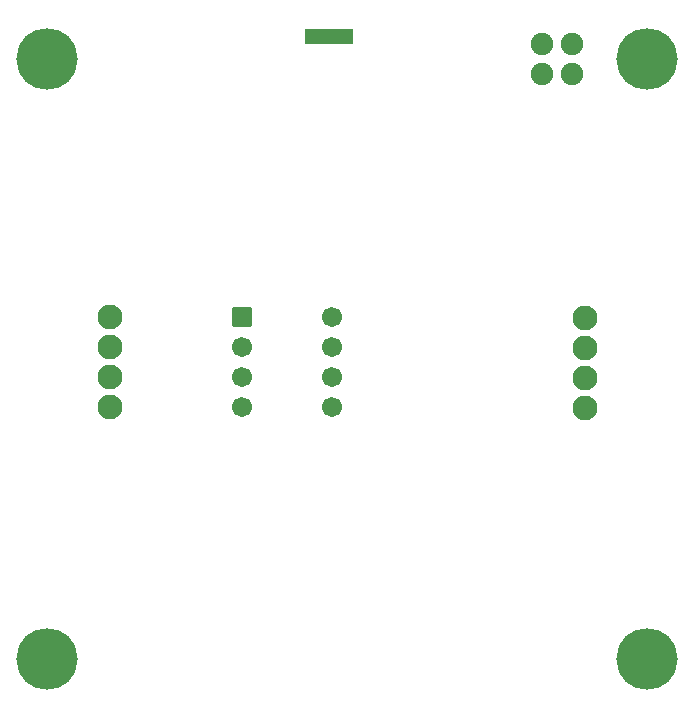
<source format=gbs>
G04 Layer: BottomSolderMaskLayer*
G04 EasyEDA v6.5.34, 2023-08-21 18:11:39*
G04 7b247d529b5f40d99c6f45047b1d8e8f,5a6b42c53f6a479593ecc07194224c93,10*
G04 Gerber Generator version 0.2*
G04 Scale: 100 percent, Rotated: No, Reflected: No *
G04 Dimensions in millimeters *
G04 leading zeros omitted , absolute positions ,4 integer and 5 decimal *
%FSLAX45Y45*%
%MOMM*%

%AMMACRO1*1,1,$1,$2,$3*1,1,$1,$4,$5*1,1,$1,0-$2,0-$3*1,1,$1,0-$4,0-$5*20,1,$1,$2,$3,$4,$5,0*20,1,$1,$4,$5,0-$2,0-$3,0*20,1,$1,0-$2,0-$3,0-$4,0-$5,0*20,1,$1,0-$4,0-$5,$2,$3,0*4,1,4,$2,$3,$4,$5,0-$2,0-$3,0-$4,0-$5,$2,$3,0*%
%ADD10MACRO1,0.1016X0.8001X0.8001X0.8001X-0.8001*%
%ADD11C,1.7018*%
%ADD12C,5.2032*%
%ADD13C,1.9016*%
%ADD14C,2.1016*%

%LPD*%
D10*
G01*
X2031994Y3276594D03*
D11*
G01*
X2032000Y3022600D03*
G01*
X2032000Y2768600D03*
G01*
X2032000Y2514600D03*
G01*
X2794000Y2514600D03*
G01*
X2794000Y2768600D03*
G01*
X2794000Y3022600D03*
G01*
X2794000Y3276600D03*
D12*
G01*
X381000Y5461000D03*
G01*
X5461000Y5461000D03*
G01*
X5461000Y381000D03*
G01*
X381000Y381000D03*
D13*
G01*
X4826000Y5588000D03*
G01*
X4826000Y5334000D03*
G01*
X4572000Y5334000D03*
G01*
X4572000Y5588000D03*
D14*
G01*
X910818Y2774340D03*
G01*
X910818Y3028340D03*
G01*
X910818Y3282340D03*
G01*
X910818Y2520340D03*
G01*
X4931206Y3274161D03*
G01*
X4931206Y2512161D03*
G01*
X4931206Y2766161D03*
G01*
X4931206Y3020161D03*
G36*
X2565400Y5715000D02*
G01*
X2971800Y5715000D01*
X2971800Y5588000D01*
X2565400Y5588000D01*
G37*
M02*

</source>
